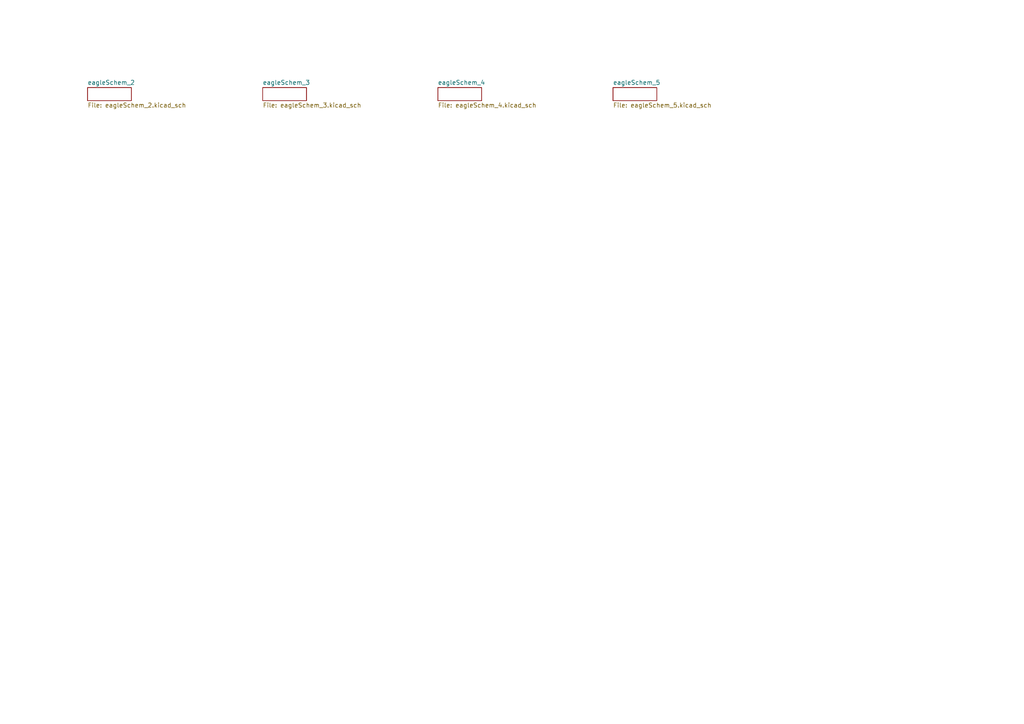
<source format=kicad_sch>
(kicad_sch (version 20211123) (generator eeschema)
  (paper "A4")
  (lib_symbols)
  (sheet (at 25.4 25.4) (size 12.7 3.81)
    (property "Sheet name" "eagleSchem_2" (at 25.4 24.6884 0) (effects (justify left bottom)))
    (property "Sheet file" "eagleSchem_2.kicad_sch" (at 25.4 29.7946 0) (effects (justify left top)))
  )
  (sheet (at 177.8 25.4) (size 12.7 3.81)
    (property "Sheet name" "eagleSchem_5" (at 177.8 24.6884 0) (effects (justify left bottom)))
    (property "Sheet file" "eagleSchem_5.kicad_sch" (at 177.8 29.7946 0) (effects (justify left top)))
  )
  (sheet (at 127 25.4) (size 12.7 3.81)
    (property "Sheet name" "eagleSchem_4" (at 127 24.6884 0) (effects (justify left bottom)))
    (property "Sheet file" "eagleSchem_4.kicad_sch" (at 127 29.7946 0) (effects (justify left top)))
  )
  (sheet (at 76.2 25.4) (size 12.7 3.81)
    (property "Sheet name" "eagleSchem_3" (at 76.2 24.6884 0) (effects (justify left bottom)))
    (property "Sheet file" "eagleSchem_3.kicad_sch" (at 76.2 29.7946 0) (effects (justify left top)))
  )
)
</source>
